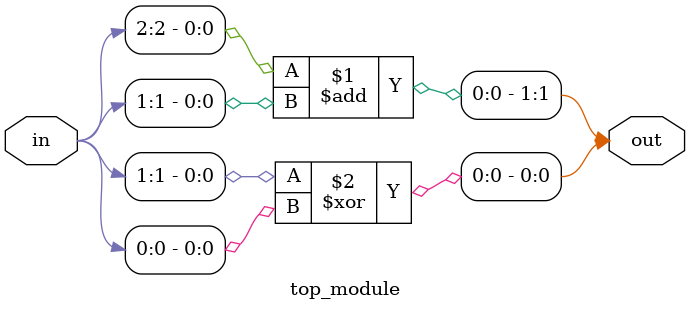
<source format=sv>
module top_module (
	input [2:0] in,
	output [1:0] out
);

	// Logic for addition
	assign out[1] = in[2] + in[1];
	assign out[0] = in[1] ^ in[0];
  
endmodule

</source>
